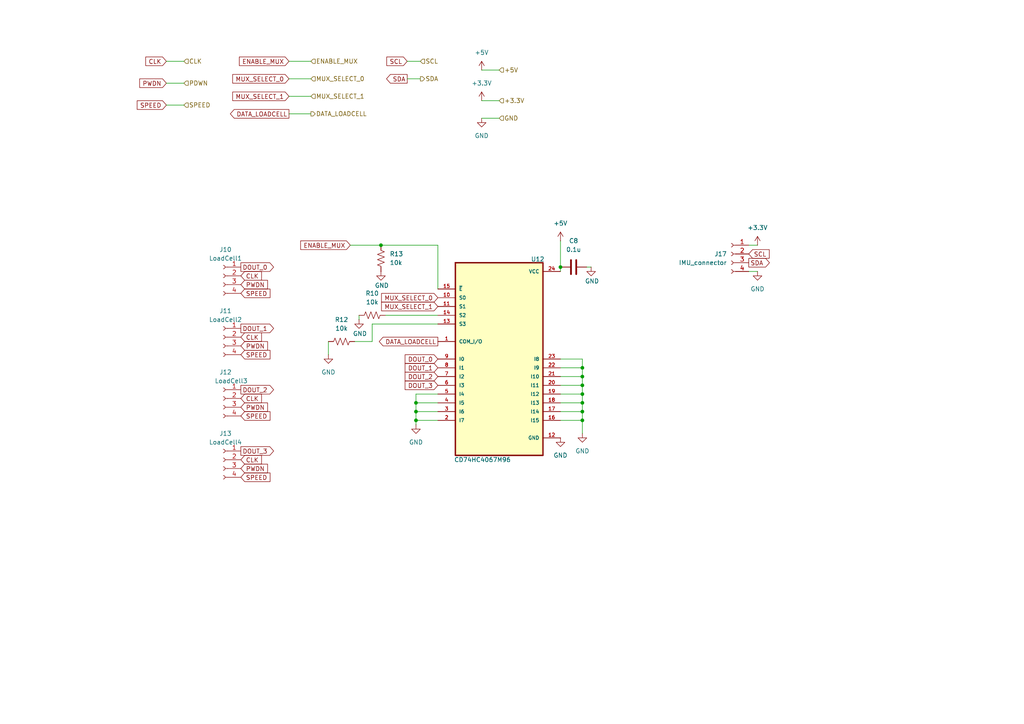
<source format=kicad_sch>
(kicad_sch (version 20231120) (generator "eeschema") (generator_version "8.0")
  (paper "A4")
  (lib_symbols
    (symbol "CD74HC4067M96:CD74HC4067M96" (pin_names (offset 1.016))
      (property "Reference" "U" (at -12.7 28.94 0))
      (property "Value" "CD74HC4067M96" (at -12.7 -31.94 0))
      (symbol "CD74HC4067M96_0_0"
        (rectangle (start -12.7 -27.94) (end 12.7 27.94) (stroke (width 0.41)) (fill (type background)))
        (pin bidirectional line (at -17.78 5.08 0) (length 5.08) (name "COM_I/O") (number "1"))
        (pin input line (at -17.78 17.78 0) (length 5.08) (name "S0") (number "10"))
        (pin input line (at -17.78 15.24 0) (length 5.08) (name "S1") (number "11"))
        (pin power_in line (at 17.78 -22.86 180) (length 5.08) (name "GND") (number "12"))
        (pin input line (at -17.78 10.16 0) (length 5.08) (name "S3") (number "13"))
        (pin input line (at -17.78 12.7 0) (length 5.08) (name "S2") (number "14"))
        (pin input line (at -17.78 20.32 0) (length 5.08) (name "~{E}") (number "15"))
        (pin bidirectional line (at 17.78 -17.78 180) (length 5.08) (name "I15") (number "16"))
        (pin bidirectional line (at 17.78 -15.24 180) (length 5.08) (name "I14") (number "17"))
        (pin bidirectional line (at 17.78 -12.7 180) (length 5.08) (name "I13") (number "18"))
        (pin bidirectional line (at 17.78 -10.16 180) (length 5.08) (name "I12") (number "19"))
        (pin bidirectional line (at -17.78 -17.78 0) (length 5.08) (name "I7") (number "2"))
        (pin bidirectional line (at 17.78 -7.62 180) (length 5.08) (name "I11") (number "20"))
        (pin bidirectional line (at 17.78 -5.08 180) (length 5.08) (name "I10") (number "21"))
        (pin bidirectional line (at 17.78 -2.54 180) (length 5.08) (name "I9") (number "22"))
        (pin bidirectional line (at 17.78 0 180) (length 5.08) (name "I8") (number "23"))
        (pin power_in line (at 17.78 25.4 180) (length 5.08) (name "VCC") (number "24"))
        (pin bidirectional line (at -17.78 -15.24 0) (length 5.08) (name "I6") (number "3"))
        (pin bidirectional line (at -17.78 -12.7 0) (length 5.08) (name "I5") (number "4"))
        (pin bidirectional line (at -17.78 -10.16 0) (length 5.08) (name "I4") (number "5"))
        (pin bidirectional line (at -17.78 -7.62 0) (length 5.08) (name "I3") (number "6"))
        (pin bidirectional line (at -17.78 -5.08 0) (length 5.08) (name "I2") (number "7"))
        (pin bidirectional line (at -17.78 -2.54 0) (length 5.08) (name "I1") (number "8"))
        (pin bidirectional line (at -17.78 0 0) (length 5.08) (name "I0") (number "9"))
      )
    )
    (symbol "Connector:Conn_01x04_Socket" (pin_names (offset 1.016) hide)
      (property "Reference" "J" (at 0 5.08 0))
      (property "Value" "Conn_01x04_Socket" (at 0 -7.62 0))
      (symbol "Conn_01x04_Socket_1_1"
        (arc (start 0 -4.572) (mid -0.5058 -5.08) (end 0 -5.588) (stroke (width 0.1524)))
        (arc (start 0 -2.032) (mid -0.5058 -2.54) (end 0 -3.048) (stroke (width 0.1524)))
        (polyline (pts (xy -1.27 -5.08) (xy -0.508 -5.08)) (stroke (width 0.1524)))
        (polyline (pts (xy -1.27 -2.54) (xy -0.508 -2.54)) (stroke (width 0.1524)))
        (polyline (pts (xy -1.27 0) (xy -0.508 0)) (stroke (width 0.1524)))
        (polyline (pts (xy -1.27 2.54) (xy -0.508 2.54)) (stroke (width 0.1524)))
        (arc (start 0 0.508) (mid -0.5058 0) (end 0 -0.508) (stroke (width 0.1524)))
        (arc (start 0 3.048) (mid -0.5058 2.54) (end 0 2.032) (stroke (width 0.1524)))
        (pin passive line (at -5.08 2.54 0) (length 3.81) (name "Pin_1") (number "1"))
        (pin passive line (at -5.08 0 0) (length 3.81) (name "Pin_2") (number "2"))
        (pin passive line (at -5.08 -2.54 0) (length 3.81) (name "Pin_3") (number "3"))
        (pin passive line (at -5.08 -5.08 0) (length 3.81) (name "Pin_4") (number "4"))
      )
    )
    (symbol "Device:C" (pin_numbers hide) (pin_names (offset 0.254))
      (property "Reference" "C" (at 0.635 2.54 0))
      (property "Value" "C" (at 0.635 -2.54 0))
      (symbol "C_0_1"
        (polyline (pts (xy -2.032 -0.762) (xy 2.032 -0.762)) (stroke (width 0.508)))
        (polyline (pts (xy -2.032 0.762) (xy 2.032 0.762)) (stroke (width 0.508)))
      )
      (symbol "C_1_1"
        (pin passive line (at 0 3.81 270) (length 2.794) (name "~") (number "1"))
        (pin passive line (at 0 -3.81 90) (length 2.794) (name "~") (number "2"))
      )
    )
    (symbol "Device:R_US" (pin_numbers hide) (pin_names (offset 0))
      (property "Reference" "R" (at 2.54 0 90))
      (property "Value" "R_US" (at -2.54 0 90))
      (symbol "R_US_0_1"
        (polyline (pts (xy 0 -2.286) (xy 0 -2.54)))
        (polyline (pts (xy 0 2.286) (xy 0 2.54)))
        (polyline (pts (xy 0 -0.762) (xy 1.016 -1.143) (xy 0 -1.524) (xy -1.016 -1.905) (xy 0 -2.286)))
        (polyline (pts (xy 0 0.762) (xy 1.016 0.381) (xy 0 0) (xy -1.016 -0.381) (xy 0 -0.762)))
        (polyline (pts (xy 0 2.286) (xy 1.016 1.905) (xy 0 1.524) (xy -1.016 1.143) (xy 0 0.762)))
      )
      (symbol "R_US_1_1"
        (pin passive line (at 0 3.81 270) (length 1.27) (name "~") (number "1"))
        (pin passive line (at 0 -3.81 90) (length 1.27) (name "~") (number "2"))
      )
    )
    (symbol "power:+3.3V" (power) (pin_numbers hide) (pin_names (offset 0) hide)
      (property "Value" "+3.3V" (at 0 3.556 0))
      (symbol "+3.3V_0_1"
        (polyline (pts (xy -0.762 1.27) (xy 0 2.54)))
        (polyline (pts (xy 0 0) (xy 0 2.54)))
        (polyline (pts (xy 0 2.54) (xy 0.762 1.27)))
      )
      (symbol "+3.3V_1_1"
        (pin power_in line (at 0 0 90) (length 0) (name "~") (number "1"))
      )
    )
    (symbol "power:+5V" (power) (pin_numbers hide) (pin_names (offset 0) hide)
      (property "Value" "+5V" (at 0 3.556 0))
      (symbol "+5V_0_1"
        (polyline (pts (xy -0.762 1.27) (xy 0 2.54)))
        (polyline (pts (xy 0 0) (xy 0 2.54)))
        (polyline (pts (xy 0 2.54) (xy 0.762 1.27)))
      )
      (symbol "+5V_1_1"
        (pin power_in line (at 0 0 90) (length 0) (name "~") (number "1"))
      )
    )
    (symbol "power:GND" (power) (pin_numbers hide) (pin_names (offset 0) hide)
      (property "Value" "GND" (at 0 -3.81 0))
      (symbol "GND_0_1"
        (polyline (pts (xy 0 0) (xy 0 -1.27) (xy 1.27 -1.27) (xy 0 -2.54) (xy -1.27 -1.27) (xy 0 -1.27)))
      )
      (symbol "GND_1_1"
        (pin power_in line (at 0 0 270) (length 0) (name "~") (number "1"))
      )
    )
  )
  (junction (at 120.65 121.92))
  (junction (at 168.91 114.3))
  (junction (at 120.65 116.84))
  (junction (at 168.91 109.22))
  (junction (at 162.56 77.47))
  (junction (at 168.91 116.84))
  (junction (at 168.91 121.92))
  (junction (at 110.49 71.12))
  (junction (at 168.91 106.68))
  (junction (at 168.91 119.38))
  (junction (at 120.65 119.38))
  (junction (at 168.91 111.76))
  (wire (pts (xy 168.91 114.3) (xy 168.91 116.84)))
  (wire (pts (xy 120.65 121.92) (xy 120.65 123.19)))
  (wire (pts (xy 120.65 119.38) (xy 120.65 121.92)))
  (wire (pts (xy 217.17 78.74) (xy 219.71 78.74)))
  (wire (pts (xy 111.76 91.44) (xy 127 91.44)))
  (wire (pts (xy 168.91 121.92) (xy 168.91 119.38)))
  (wire (pts (xy 162.56 119.38) (xy 168.91 119.38)))
  (wire (pts (xy 120.65 114.3) (xy 120.65 116.84)))
  (wire (pts (xy 168.91 106.68) (xy 168.91 109.22)))
  (wire (pts (xy 127 114.3) (xy 120.65 114.3)))
  (wire (pts (xy 104.14 91.44) (xy 104.14 92.71)))
  (wire (pts (xy 48.26 17.78) (xy 53.34 17.78)))
  (wire (pts (xy 162.56 77.47) (xy 162.56 78.74)))
  (wire (pts (xy 101.6 71.12) (xy 110.49 71.12)))
  (wire (pts (xy 217.17 71.12) (xy 219.71 71.12)))
  (wire (pts (xy 162.56 109.22) (xy 168.91 109.22)))
  (wire (pts (xy 139.7 29.21) (xy 144.78 29.21)))
  (wire (pts (xy 162.56 104.14) (xy 168.91 104.14)))
  (wire (pts (xy 95.25 99.06) (xy 95.25 102.87)))
  (wire (pts (xy 168.91 104.14) (xy 168.91 106.68)))
  (wire (pts (xy 83.82 27.94) (xy 90.17 27.94)))
  (wire (pts (xy 120.65 119.38) (xy 127 119.38)))
  (wire (pts (xy 162.56 69.85) (xy 162.56 77.47)))
  (wire (pts (xy 120.65 121.92) (xy 127 121.92)))
  (wire (pts (xy 168.91 109.22) (xy 168.91 111.76)))
  (wire (pts (xy 127 93.98) (xy 107.95 93.98)))
  (wire (pts (xy 83.82 22.86) (xy 90.17 22.86)))
  (wire (pts (xy 139.7 34.29) (xy 144.78 34.29)))
  (wire (pts (xy 107.95 93.98) (xy 107.95 99.06)))
  (wire (pts (xy 107.95 99.06) (xy 102.87 99.06)))
  (wire (pts (xy 170.18 77.47) (xy 171.45 77.47)))
  (wire (pts (xy 139.7 20.32) (xy 144.78 20.32)))
  (wire (pts (xy 110.49 71.12) (xy 127 71.12)))
  (wire (pts (xy 120.65 116.84) (xy 127 116.84)))
  (wire (pts (xy 118.11 22.86) (xy 121.92 22.86)))
  (wire (pts (xy 162.56 106.68) (xy 168.91 106.68)))
  (wire (pts (xy 168.91 111.76) (xy 168.91 114.3)))
  (wire (pts (xy 168.91 116.84) (xy 168.91 119.38)))
  (wire (pts (xy 162.56 111.76) (xy 168.91 111.76)))
  (wire (pts (xy 120.65 116.84) (xy 120.65 119.38)))
  (wire (pts (xy 118.11 17.78) (xy 121.92 17.78)))
  (wire (pts (xy 48.26 30.48) (xy 53.34 30.48)))
  (wire (pts (xy 48.26 24.13) (xy 53.34 24.13)))
  (wire (pts (xy 162.56 116.84) (xy 168.91 116.84)))
  (wire (pts (xy 162.56 114.3) (xy 168.91 114.3)))
  (wire (pts (xy 168.91 125.73) (xy 168.91 121.92)))
  (wire (pts (xy 83.82 33.02) (xy 90.17 33.02)))
  (wire (pts (xy 162.56 121.92) (xy 168.91 121.92)))
  (wire (pts (xy 83.82 17.78) (xy 90.17 17.78)))
  (wire (pts (xy 127 71.12) (xy 127 83.82)))
  (global_label "DOUT_2" (shape input) (at 127 109.22 180) (property "Intersheetrefs" "${INTERSHEET_REFS}" (effects (hide yes))))
  (global_label "MUX_SELECT_1" (shape input) (at 83.82 27.94 180) (property "Intersheetrefs" "${INTERSHEET_REFS}" (effects (hide yes))))
  (global_label "DATA_LOADCELL" (shape output) (at 127 99.06 180) (property "Intersheetrefs" "${INTERSHEET_REFS}" (effects (hide yes))))
  (global_label "PWDN" (shape input) (at 69.85 118.11 0) (property "Intersheetrefs" "${INTERSHEET_REFS}" (effects (hide yes))))
  (global_label "MUX_SELECT_0" (shape input) (at 83.82 22.86 180) (property "Intersheetrefs" "${INTERSHEET_REFS}" (effects (hide yes))))
  (global_label "DOUT_3" (shape input) (at 127 111.76 180) (property "Intersheetrefs" "${INTERSHEET_REFS}" (effects (hide yes))))
  (global_label "SDA" (shape output) (at 217.17 76.2 0) (property "Intersheetrefs" "${INTERSHEET_REFS}" (effects (hide yes))))
  (global_label "PWDN" (shape input) (at 48.26 24.13 180) (property "Intersheetrefs" "${INTERSHEET_REFS}" (effects (hide yes))))
  (global_label "CLK" (shape input) (at 69.85 80.01 0) (property "Intersheetrefs" "${INTERSHEET_REFS}" (effects (hide yes))))
  (global_label "DOUT_0" (shape input) (at 127 104.14 180) (property "Intersheetrefs" "${INTERSHEET_REFS}" (effects (hide yes))))
  (global_label "MUX_SELECT_1" (shape input) (at 127 88.9 180) (property "Intersheetrefs" "${INTERSHEET_REFS}" (effects (hide yes))))
  (global_label "SPEED" (shape input) (at 69.85 85.09 0) (property "Intersheetrefs" "${INTERSHEET_REFS}" (effects (hide yes))))
  (global_label "SCL" (shape input) (at 217.17 73.66 0) (property "Intersheetrefs" "${INTERSHEET_REFS}" (effects (hide yes))))
  (global_label "SPEED" (shape input) (at 69.85 138.43 0) (property "Intersheetrefs" "${INTERSHEET_REFS}" (effects (hide yes))))
  (global_label "DATA_LOADCELL" (shape output) (at 83.82 33.02 180) (property "Intersheetrefs" "${INTERSHEET_REFS}" (effects (hide yes))))
  (global_label "CLK" (shape input) (at 48.26 17.78 180) (property "Intersheetrefs" "${INTERSHEET_REFS}" (effects (hide yes))))
  (global_label "DOUT_1" (shape input) (at 127 106.68 180) (property "Intersheetrefs" "${INTERSHEET_REFS}" (effects (hide yes))))
  (global_label "SPEED" (shape input) (at 69.85 102.87 0) (property "Intersheetrefs" "${INTERSHEET_REFS}" (effects (hide yes))))
  (global_label "CLK" (shape input) (at 69.85 133.35 0) (property "Intersheetrefs" "${INTERSHEET_REFS}" (effects (hide yes))))
  (global_label "ENABLE_MUX" (shape input) (at 83.82 17.78 180) (property "Intersheetrefs" "${INTERSHEET_REFS}" (effects (hide yes))))
  (global_label "DOUT_2" (shape output) (at 69.85 113.03 0) (property "Intersheetrefs" "${INTERSHEET_REFS}" (effects (hide yes))))
  (global_label "PWDN" (shape input) (at 69.85 135.89 0) (property "Intersheetrefs" "${INTERSHEET_REFS}" (effects (hide yes))))
  (global_label "SCL" (shape input) (at 118.11 17.78 180) (property "Intersheetrefs" "${INTERSHEET_REFS}" (effects (hide yes))))
  (global_label "DOUT_1" (shape output) (at 69.85 95.25 0) (property "Intersheetrefs" "${INTERSHEET_REFS}" (effects (hide yes))))
  (global_label "MUX_SELECT_0" (shape input) (at 127 86.36 180) (property "Intersheetrefs" "${INTERSHEET_REFS}" (effects (hide yes))))
  (global_label "DOUT_3" (shape output) (at 69.85 130.81 0) (property "Intersheetrefs" "${INTERSHEET_REFS}" (effects (hide yes))))
  (global_label "PWDN" (shape input) (at 69.85 82.55 0) (property "Intersheetrefs" "${INTERSHEET_REFS}" (effects (hide yes))))
  (global_label "SPEED" (shape input) (at 69.85 120.65 0) (property "Intersheetrefs" "${INTERSHEET_REFS}" (effects (hide yes))))
  (global_label "SDA" (shape output) (at 118.11 22.86 180) (property "Intersheetrefs" "${INTERSHEET_REFS}" (effects (hide yes))))
  (global_label "ENABLE_MUX" (shape input) (at 101.6 71.12 180) (property "Intersheetrefs" "${INTERSHEET_REFS}" (effects (hide yes))))
  (global_label "SPEED" (shape input) (at 48.26 30.48 180) (property "Intersheetrefs" "${INTERSHEET_REFS}" (effects (hide yes))))
  (global_label "DOUT_0" (shape output) (at 69.85 77.47 0) (property "Intersheetrefs" "${INTERSHEET_REFS}" (effects (hide yes))))
  (global_label "CLK" (shape input) (at 69.85 97.79 0) (property "Intersheetrefs" "${INTERSHEET_REFS}" (effects (hide yes))))
  (global_label "CLK" (shape input) (at 69.85 115.57 0) (property "Intersheetrefs" "${INTERSHEET_REFS}" (effects (hide yes))))
  (global_label "PWDN" (shape input) (at 69.85 100.33 0) (property "Intersheetrefs" "${INTERSHEET_REFS}" (effects (hide yes))))
  (hierarchical_label "+3.3V" (shape input) (at 144.78 29.21 0))
  (hierarchical_label "MUX_SELECT_1" (shape input) (at 90.17 27.94 0))
  (hierarchical_label "SCL" (shape input) (at 121.92 17.78 0))
  (hierarchical_label "GND" (shape input) (at 144.78 34.29 0))
  (hierarchical_label "+5V" (shape input) (at 144.78 20.32 0))
  (hierarchical_label "DATA_LOADCELL" (shape output) (at 90.17 33.02 0))
  (hierarchical_label "CLK" (shape input) (at 53.34 17.78 0))
  (hierarchical_label "MUX_SELECT_0" (shape input) (at 90.17 22.86 0))
  (hierarchical_label "SDA" (shape output) (at 121.92 22.86 0))
  (hierarchical_label "ENABLE_MUX" (shape input) (at 90.17 17.78 0))
  (hierarchical_label "PDWN" (shape input) (at 53.34 24.13 0))
  (hierarchical_label "SPEED" (shape input) (at 53.34 30.48 0))
  (symbol (lib_id "Device:R_US") (at 99.06 99.06 90) (unit 1)
    (property "Reference" "R12" (at 99.06 92.71 90))
    (property "Value" "10k" (at 99.06 95.25 90))
    (property "Footprint" "Resistor_SMD:R_0805_2012Metric_Pad1.20x1.40mm_HandSolder" (effects (hide yes)))
    (property "Description" "Resistor, US symbol" (effects (hide yes)))
  )
  (symbol (lib_id "power:+3.3V") (at 219.71 71.12 0) (unit 1)
    (property "Reference" "#PWR099" (effects (hide yes)))
    (property "Value" "+3.3V" (at 219.71 66.04 0))
    (property "Description" "Power symbol creates a global label with name \"+3.3V\"" (effects (hide yes)))
  )
  (symbol (lib_id "CD74HC4067M96:CD74HC4067M96") (at 144.78 104.14 0) (unit 1)
    (property "Reference" "U12" (at 155.956 75.184 0))
    (property "Value" "CD74HC4067M96" (at 139.954 133.35 0))
    (property "Footprint" "SOIC127P1030X265-24:SOIC127P1030X265-24N" (effects (hide yes)))
    (property "Datasheet" "https://www.digikey.com/en/products/detail/texas-instruments/CD74HC4067M96/1507236" (effects (hide yes)))
  )
  (symbol (lib_id "Connector:Conn_01x04_Socket") (at 64.77 97.79 0) (mirror y) (unit 1)
    (property "Reference" "J11" (at 65.405 90.17 0))
    (property "Value" "LoadCell2" (at 65.405 92.71 0))
    (property "Footprint" "CONN_B4B-XH-AM_JST:CONN_B4B-XH-AM_JST" (effects (hide yes)))
    (property "Description" "Generic connector, single row, 01x04, script generated" (effects (hide yes)))
  )
  (symbol (lib_id "power:GND") (at 162.56 127 0) (unit 1)
    (property "Reference" "#PWR098" (effects (hide yes)))
    (property "Value" "GND" (at 162.56 132.08 0))
    (property "Description" "Power symbol creates a global label with name \"GND\" , ground" (effects (hide yes)))
  )
  (symbol (lib_id "power:+5V") (at 162.56 69.85 0) (unit 1)
    (property "Reference" "#PWR0100" (effects (hide yes)))
    (property "Value" "+5V" (at 162.56 64.77 0))
    (property "Description" "Power symbol creates a global label with name \"+5V\"" (effects (hide yes)))
  )
  (symbol (lib_id "Connector:Conn_01x04_Socket") (at 64.77 133.35 0) (mirror y) (unit 1)
    (property "Reference" "J13" (at 65.405 125.73 0))
    (property "Value" "LoadCell4" (at 65.405 128.27 0))
    (property "Footprint" "CONN_B4B-XH-AM_JST:CONN_B4B-XH-AM_JST" (effects (hide yes)))
    (property "Description" "Generic connector, single row, 01x04, script generated" (effects (hide yes)))
  )
  (symbol (lib_id "power:GND") (at 110.49 78.74 0) (unit 1)
    (property "Reference" "#PWR0126" (effects (hide yes)))
    (property "Value" "GND" (at 110.744 82.804 0))
    (property "Description" "Power symbol creates a global label with name \"GND\" , ground" (effects (hide yes)))
  )
  (symbol (lib_id "power:GND") (at 219.71 78.74 0) (unit 1)
    (property "Reference" "#PWR0104" (effects (hide yes)))
    (property "Value" "GND" (at 219.71 83.82 0))
    (property "Description" "Power symbol creates a global label with name \"GND\" , ground" (effects (hide yes)))
  )
  (symbol (lib_id "power:GND") (at 168.91 125.73 0) (unit 1)
    (property "Reference" "#PWR030" (effects (hide yes)))
    (property "Value" "GND" (at 168.91 130.81 0))
    (property "Description" "Power symbol creates a global label with name \"GND\" , ground" (effects (hide yes)))
  )
  (symbol (lib_id "power:+5V") (at 139.7 20.32 0) (unit 1)
    (property "Reference" "#PWR0105" (effects (hide yes)))
    (property "Value" "+5V" (at 139.7 15.24 0))
    (property "Description" "Power symbol creates a global label with name \"+5V\"" (effects (hide yes)))
  )
  (symbol (lib_id "power:GND") (at 139.7 34.29 0) (unit 1)
    (property "Reference" "#PWR0107" (effects (hide yes)))
    (property "Value" "GND" (at 139.7 39.37 0))
    (property "Description" "Power symbol creates a global label with name \"GND\" , ground" (effects (hide yes)))
  )
  (symbol (lib_id "power:+3.3V") (at 139.7 29.21 0) (unit 1)
    (property "Reference" "#PWR0106" (effects (hide yes)))
    (property "Value" "+3.3V" (at 139.7 24.13 0))
    (property "Description" "Power symbol creates a global label with name \"+3.3V\"" (effects (hide yes)))
  )
  (symbol (lib_id "power:GND") (at 120.65 123.19 0) (unit 1)
    (property "Reference" "#PWR029" (effects (hide yes)))
    (property "Value" "GND" (at 120.65 128.27 0))
    (property "Description" "Power symbol creates a global label with name \"GND\" , ground" (effects (hide yes)))
  )
  (symbol (lib_id "Device:R_US") (at 110.49 74.93 180) (unit 1)
    (property "Reference" "R13" (at 113.03 73.6599 0) (effects (justify right)))
    (property "Value" "10k" (at 113.03 76.1999 0) (effects (justify right)))
    (property "Footprint" "Resistor_SMD:R_0805_2012Metric_Pad1.20x1.40mm_HandSolder" (effects (hide yes)))
    (property "Description" "Resistor, US symbol" (effects (hide yes)))
  )
  (symbol (lib_id "Connector:Conn_01x04_Socket") (at 212.09 73.66 0) (mirror y) (unit 1)
    (property "Reference" "J17" (at 210.82 73.6599 0) (effects (justify left)))
    (property "Value" "IMU_connector" (at 210.82 76.1999 0) (effects (justify left)))
    (property "Footprint" "CONN_B4B-XH-AM_JST:CONN_B4B-XH-AM_JST" (effects (hide yes)))
    (property "Description" "Generic connector, single row, 01x04, script generated" (effects (hide yes)))
  )
  (symbol (lib_id "power:GND") (at 95.25 102.87 0) (unit 1)
    (property "Reference" "#PWR0124" (effects (hide yes)))
    (property "Value" "GND" (at 95.25 107.95 0))
    (property "Description" "Power symbol creates a global label with name \"GND\" , ground" (effects (hide yes)))
  )
  (symbol (lib_id "power:GND") (at 171.45 77.47 0) (unit 1)
    (property "Reference" "#PWR033" (effects (hide yes)))
    (property "Value" "GND" (at 171.704 81.534 0))
    (property "Description" "Power symbol creates a global label with name \"GND\" , ground" (effects (hide yes)))
  )
  (symbol (lib_id "power:GND") (at 104.14 92.71 0) (unit 1)
    (property "Reference" "#PWR0125" (effects (hide yes)))
    (property "Value" "GND" (at 104.394 96.774 0))
    (property "Description" "Power symbol creates a global label with name \"GND\" , ground" (effects (hide yes)))
  )
  (symbol (lib_id "Device:C") (at 166.37 77.47 90) (unit 1)
    (property "Reference" "C8" (at 166.37 69.85 90))
    (property "Value" "0.1u" (at 166.37 72.39 90))
    (property "Footprint" "Capacitor_SMD:C_0805_2012Metric_Pad1.18x1.45mm_HandSolder" (effects (hide yes)))
    (property "Description" "Unpolarized capacitor" (effects (hide yes)))
  )
  (symbol (lib_id "Device:R_US") (at 107.95 91.44 90) (unit 1)
    (property "Reference" "R10" (at 107.95 85.09 90))
    (property "Value" "10k" (at 107.95 87.63 90))
    (property "Footprint" "Resistor_SMD:R_0805_2012Metric_Pad1.20x1.40mm_HandSolder" (effects (hide yes)))
    (property "Description" "Resistor, US symbol" (effects (hide yes)))
  )
  (symbol (lib_id "Connector:Conn_01x04_Socket") (at 64.77 80.01 0) (mirror y) (unit 1)
    (property "Reference" "J10" (at 65.405 72.39 0))
    (property "Value" "LoadCell1" (at 65.405 74.93 0))
    (property "Footprint" "CONN_B4B-XH-AM_JST:CONN_B4B-XH-AM_JST" (effects (hide yes)))
    (property "Description" "Generic connector, single row, 01x04, script generated" (effects (hide yes)))
  )
  (symbol (lib_id "Connector:Conn_01x04_Socket") (at 64.77 115.57 0) (mirror y) (unit 1)
    (property "Reference" "J12" (at 65.405 107.95 0))
    (property "Value" "LoadCell3" (at 67.056 110.49 0))
    (property "Footprint" "CONN_B4B-XH-AM_JST:CONN_B4B-XH-AM_JST" (effects (hide yes)))
    (property "Description" "Generic connector, single row, 01x04, script generated" (effects (hide yes)))
  )
)
</source>
